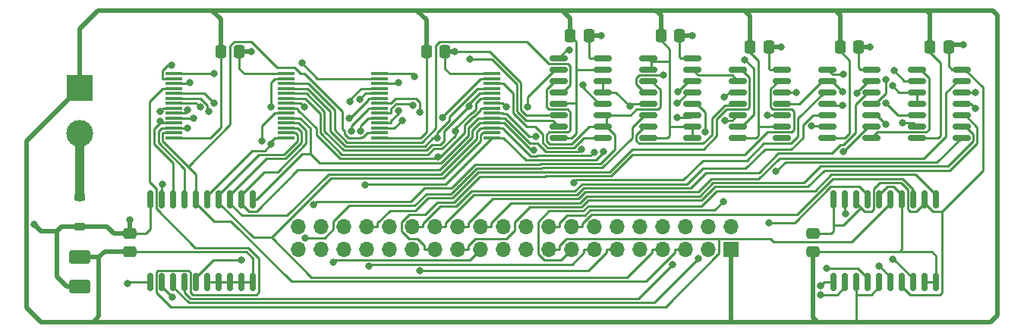
<source format=gbr>
%TF.GenerationSoftware,KiCad,Pcbnew,7.0.10*%
%TF.CreationDate,2024-01-06T13:40:11+01:00*%
%TF.ProjectId,p2000t-ram-expansion-board-smd,70323030-3074-42d7-9261-6d2d65787061,rev?*%
%TF.SameCoordinates,Original*%
%TF.FileFunction,Copper,L1,Top*%
%TF.FilePolarity,Positive*%
%FSLAX46Y46*%
G04 Gerber Fmt 4.6, Leading zero omitted, Abs format (unit mm)*
G04 Created by KiCad (PCBNEW 7.0.10) date 2024-01-06 13:40:11*
%MOMM*%
%LPD*%
G01*
G04 APERTURE LIST*
G04 Aperture macros list*
%AMRoundRect*
0 Rectangle with rounded corners*
0 $1 Rounding radius*
0 $2 $3 $4 $5 $6 $7 $8 $9 X,Y pos of 4 corners*
0 Add a 4 corners polygon primitive as box body*
4,1,4,$2,$3,$4,$5,$6,$7,$8,$9,$2,$3,0*
0 Add four circle primitives for the rounded corners*
1,1,$1+$1,$2,$3*
1,1,$1+$1,$4,$5*
1,1,$1+$1,$6,$7*
1,1,$1+$1,$8,$9*
0 Add four rect primitives between the rounded corners*
20,1,$1+$1,$2,$3,$4,$5,0*
20,1,$1+$1,$4,$5,$6,$7,0*
20,1,$1+$1,$6,$7,$8,$9,0*
20,1,$1+$1,$8,$9,$2,$3,0*%
G04 Aperture macros list end*
%TA.AperFunction,SMDPad,CuDef*%
%ADD10RoundRect,0.250000X0.337500X0.475000X-0.337500X0.475000X-0.337500X-0.475000X0.337500X-0.475000X0*%
%TD*%
%TA.AperFunction,SMDPad,CuDef*%
%ADD11RoundRect,0.150000X0.150000X-0.875000X0.150000X0.875000X-0.150000X0.875000X-0.150000X-0.875000X0*%
%TD*%
%TA.AperFunction,SMDPad,CuDef*%
%ADD12RoundRect,0.225000X0.375000X-0.225000X0.375000X0.225000X-0.375000X0.225000X-0.375000X-0.225000X0*%
%TD*%
%TA.AperFunction,SMDPad,CuDef*%
%ADD13RoundRect,0.250000X-0.475000X0.337500X-0.475000X-0.337500X0.475000X-0.337500X0.475000X0.337500X0*%
%TD*%
%TA.AperFunction,SMDPad,CuDef*%
%ADD14RoundRect,0.150000X-0.825000X-0.150000X0.825000X-0.150000X0.825000X0.150000X-0.825000X0.150000X0*%
%TD*%
%TA.AperFunction,SMDPad,CuDef*%
%ADD15RoundRect,0.250001X0.924999X-0.499999X0.924999X0.499999X-0.924999X0.499999X-0.924999X-0.499999X0*%
%TD*%
%TA.AperFunction,SMDPad,CuDef*%
%ADD16R,1.870000X0.380000*%
%TD*%
%TA.AperFunction,ComponentPad*%
%ADD17R,3.000000X3.000000*%
%TD*%
%TA.AperFunction,ComponentPad*%
%ADD18C,3.000000*%
%TD*%
%TA.AperFunction,ComponentPad*%
%ADD19R,1.700000X1.700000*%
%TD*%
%TA.AperFunction,ComponentPad*%
%ADD20O,1.700000X1.700000*%
%TD*%
%TA.AperFunction,ViaPad*%
%ADD21C,0.800000*%
%TD*%
%TA.AperFunction,Conductor*%
%ADD22C,0.250000*%
%TD*%
%TA.AperFunction,Conductor*%
%ADD23C,0.500000*%
%TD*%
%TA.AperFunction,Conductor*%
%ADD24C,1.000000*%
%TD*%
G04 APERTURE END LIST*
D10*
%TO.P,C1,1*%
%TO.N,+5V*%
X103272500Y-57912000D03*
%TO.P,C1,2*%
%TO.N,GND*%
X101197500Y-57912000D03*
%TD*%
D11*
%TO.P,U5,1,G*%
%TO.N,~{IORQ}*%
X110490000Y-84230000D03*
%TO.P,U5,2,P0*%
%TO.N,A0*%
X111760000Y-84230000D03*
%TO.P,U5,3,R0*%
%TO.N,GND*%
X113030000Y-84230000D03*
%TO.P,U5,4,P1*%
%TO.N,A1*%
X114300000Y-84230000D03*
%TO.P,U5,5,R1*%
%TO.N,GND*%
X115570000Y-84230000D03*
%TO.P,U5,6,P2*%
%TO.N,A2*%
X116840000Y-84230000D03*
%TO.P,U5,7,R2*%
%TO.N,+5V*%
X118110000Y-84230000D03*
%TO.P,U5,8,P3*%
%TO.N,A3*%
X119380000Y-84230000D03*
%TO.P,U5,9,R3*%
%TO.N,GND*%
X120650000Y-84230000D03*
%TO.P,U5,10,GND*%
X121920000Y-84230000D03*
%TO.P,U5,11,P4*%
%TO.N,A4*%
X121920000Y-74930000D03*
%TO.P,U5,12,R4*%
%TO.N,+5V*%
X120650000Y-74930000D03*
%TO.P,U5,13,P5*%
%TO.N,A5*%
X119380000Y-74930000D03*
%TO.P,U5,14,R5*%
%TO.N,GND*%
X118110000Y-74930000D03*
%TO.P,U5,15,P6*%
%TO.N,A6*%
X116840000Y-74930000D03*
%TO.P,U5,16,R6*%
%TO.N,GND*%
X115570000Y-74930000D03*
%TO.P,U5,17,P7*%
%TO.N,A7*%
X114300000Y-74930000D03*
%TO.P,U5,18,R7*%
%TO.N,+5V*%
X113030000Y-74930000D03*
%TO.P,U5,19,P=R*%
%TO.N,~{P=Q}*%
X111760000Y-74930000D03*
%TO.P,U5,20,VCC*%
%TO.N,+5V*%
X110490000Y-74930000D03*
%TD*%
D10*
%TO.P,C9,1*%
%TO.N,+5V*%
X83185000Y-56642000D03*
%TO.P,C9,2*%
%TO.N,GND*%
X81110000Y-56642000D03*
%TD*%
D12*
%TO.P,D1,1,K*%
%TO.N,+5V*%
X26416000Y-77978000D03*
%TO.P,D1,2,A*%
%TO.N,VCC*%
X26416000Y-74678000D03*
%TD*%
D13*
%TO.P,C10,1*%
%TO.N,+5V*%
X108204000Y-78740000D03*
%TO.P,C10,2*%
%TO.N,GND*%
X108204000Y-80815000D03*
%TD*%
D10*
%TO.P,C6,1*%
%TO.N,+5V*%
X67157500Y-58420000D03*
%TO.P,C6,2*%
%TO.N,GND*%
X65082500Y-58420000D03*
%TD*%
D14*
%TO.P,U9,1,S*%
%TO.N,EO*%
X79789800Y-59200000D03*
%TO.P,U9,2,I0a*%
%TO.N,A13*%
X79789800Y-60470000D03*
%TO.P,U9,3,I1a*%
%TO.N,S0*%
X79789800Y-61740000D03*
%TO.P,U9,4,Za*%
%TO.N,A13_1*%
X79789800Y-63010000D03*
%TO.P,U9,5,I0b*%
%TO.N,GND*%
X79789800Y-64280000D03*
%TO.P,U9,6,I1b*%
%TO.N,+5V*%
X79789800Y-65550000D03*
%TO.P,U9,7,Zb*%
%TO.N,A14_1*%
X79789800Y-66820000D03*
%TO.P,U9,8,GND*%
%TO.N,GND*%
X79789800Y-68090000D03*
%TO.P,U9,9,Zc*%
%TO.N,A13_2*%
X84739800Y-68090000D03*
%TO.P,U9,10,I1c*%
%TO.N,S0*%
X84739800Y-66820000D03*
%TO.P,U9,11,I0c*%
X84739800Y-65550000D03*
%TO.P,U9,12,Zd*%
%TO.N,A14_2*%
X84739800Y-64280000D03*
%TO.P,U9,13,I1d*%
%TO.N,S2*%
X84739800Y-63010000D03*
%TO.P,U9,14,I0d*%
X84739800Y-61740000D03*
%TO.P,U9,15,E*%
%TO.N,GND*%
X84739800Y-60470000D03*
%TO.P,U9,16,VCC*%
%TO.N,+5V*%
X84739800Y-59200000D03*
%TD*%
%TO.P,U1,1*%
%TO.N,~{RES}*%
X99799500Y-60455000D03*
%TO.P,U1,2*%
%TO.N,RES*%
X99799500Y-61725000D03*
%TO.P,U1,3*%
%TO.N,Net-(U1-Pad3)*%
X99799500Y-62995000D03*
%TO.P,U1,4*%
%TO.N,Net-(U7-Cp)*%
X99799500Y-64265000D03*
%TO.P,U1,5*%
%TO.N,Net-(U1-Pad5)*%
X99799500Y-65535000D03*
%TO.P,U1,6*%
%TO.N,EO*%
X99799500Y-66805000D03*
%TO.P,U1,7,GND*%
%TO.N,GND*%
X99799500Y-68075000D03*
%TO.P,U1,8*%
%TO.N,unconnected-(U1-Pad8)*%
X104749500Y-68075000D03*
%TO.P,U1,9*%
%TO.N,GND*%
X104749500Y-66805000D03*
%TO.P,U1,10*%
%TO.N,Net-(U1-Pad10)*%
X104749500Y-65535000D03*
%TO.P,U1,11*%
%TO.N,~{REN}*%
X104749500Y-64265000D03*
%TO.P,U1,12*%
%TO.N,Net-(U1-Pad12)*%
X104749500Y-62995000D03*
%TO.P,U1,13*%
%TO.N,~{MRQ}*%
X104749500Y-61725000D03*
%TO.P,U1,14,VCC*%
%TO.N,+5V*%
X104749500Y-60455000D03*
%TD*%
D10*
%TO.P,C7,1*%
%TO.N,+5V*%
X44217500Y-58420000D03*
%TO.P,C7,2*%
%TO.N,GND*%
X42142500Y-58420000D03*
%TD*%
%TO.P,C5,1*%
%TO.N,+5V*%
X93307200Y-56642000D03*
%TO.P,C5,2*%
%TO.N,GND*%
X91232200Y-56642000D03*
%TD*%
D11*
%TO.P,U8,1,A->B*%
%TO.N,+5V*%
X34290000Y-84230000D03*
%TO.P,U8,2,A0*%
%TO.N,S0*%
X35560000Y-84230000D03*
%TO.P,U8,3,A1*%
%TO.N,S1*%
X36830000Y-84230000D03*
%TO.P,U8,4,A2*%
%TO.N,S2*%
X38100000Y-84230000D03*
%TO.P,U8,5,A3*%
%TO.N,S3*%
X39370000Y-84230000D03*
%TO.P,U8,6,A4*%
%TO.N,GND*%
X40640000Y-84230000D03*
%TO.P,U8,7,A5*%
X41910000Y-84230000D03*
%TO.P,U8,8,A6*%
X43180000Y-84230000D03*
%TO.P,U8,9,A7*%
X44450000Y-84230000D03*
%TO.P,U8,10,GND*%
X45720000Y-84230000D03*
%TO.P,U8,11,B7*%
%TO.N,D7*%
X45720000Y-74930000D03*
%TO.P,U8,12,B6*%
%TO.N,D6*%
X44450000Y-74930000D03*
%TO.P,U8,13,B5*%
%TO.N,D5*%
X43180000Y-74930000D03*
%TO.P,U8,14,B4*%
%TO.N,D4*%
X41910000Y-74930000D03*
%TO.P,U8,15,B3*%
%TO.N,D3*%
X40640000Y-74930000D03*
%TO.P,U8,16,B2*%
%TO.N,D2*%
X39370000Y-74930000D03*
%TO.P,U8,17,B1*%
%TO.N,D1*%
X38100000Y-74930000D03*
%TO.P,U8,18,B0*%
%TO.N,D0*%
X36830000Y-74930000D03*
%TO.P,U8,19,CE*%
%TO.N,Net-(U8-CE)*%
X35560000Y-74930000D03*
%TO.P,U8,20,VCC*%
%TO.N,+5V*%
X34290000Y-74930000D03*
%TD*%
D15*
%TO.P,C3,1*%
%TO.N,+5V*%
X26416000Y-84683000D03*
%TO.P,C3,2*%
%TO.N,GND*%
X26416000Y-81433000D03*
%TD*%
D10*
%TO.P,C4,1*%
%TO.N,+5V*%
X113305500Y-57912000D03*
%TO.P,C4,2*%
%TO.N,GND*%
X111230500Y-57912000D03*
%TD*%
D13*
%TO.P,C2,1*%
%TO.N,+5V*%
X32004000Y-78740000D03*
%TO.P,C2,2*%
%TO.N,GND*%
X32004000Y-80815000D03*
%TD*%
D16*
%TO.P,U4,1,A14*%
%TO.N,A14_2*%
X59850000Y-60920000D03*
%TO.P,U4,2,A12*%
%TO.N,A12*%
X59850000Y-61470000D03*
%TO.P,U4,3,A7*%
%TO.N,A7*%
X59850000Y-62020000D03*
%TO.P,U4,4,A6*%
%TO.N,A6*%
X59850000Y-62570000D03*
%TO.P,U4,5,A5*%
%TO.N,A5*%
X59850000Y-63120000D03*
%TO.P,U4,6,A4*%
%TO.N,A4*%
X59850000Y-63670000D03*
%TO.P,U4,7,A3*%
%TO.N,A3*%
X59850000Y-64220000D03*
%TO.P,U4,8,A2*%
%TO.N,A2*%
X59850000Y-64770000D03*
%TO.P,U4,9,A1*%
%TO.N,A1*%
X59850000Y-65320000D03*
%TO.P,U4,10,A0*%
%TO.N,A0*%
X59850000Y-65870000D03*
%TO.P,U4,11,Q0*%
%TO.N,D0*%
X59850000Y-66420000D03*
%TO.P,U4,12,Q1*%
%TO.N,D1*%
X59850000Y-66970000D03*
%TO.P,U4,13,Q2*%
%TO.N,D2*%
X59850000Y-67520000D03*
%TO.P,U4,14,GND*%
%TO.N,GND*%
X59850000Y-68070000D03*
%TO.P,U4,15,Q3*%
%TO.N,D3*%
X72390000Y-68070000D03*
%TO.P,U4,16,Q4*%
%TO.N,D4*%
X72390000Y-67520000D03*
%TO.P,U4,17,Q5*%
%TO.N,D5*%
X72390000Y-66970000D03*
%TO.P,U4,18,Q6*%
%TO.N,D6*%
X72390000Y-66420000D03*
%TO.P,U4,19,Q7*%
%TO.N,D7*%
X72390000Y-65870000D03*
%TO.P,U4,20,~{CS}*%
%TO.N,~{CS2}*%
X72390000Y-65320000D03*
%TO.P,U4,21,A10*%
%TO.N,A10*%
X72390000Y-64770000D03*
%TO.P,U4,22,~{OE}*%
%TO.N,~{RD}*%
X72390000Y-64220000D03*
%TO.P,U4,23,A11*%
%TO.N,A11*%
X72390000Y-63670000D03*
%TO.P,U4,24,A9*%
%TO.N,A9*%
X72390000Y-63120000D03*
%TO.P,U4,25,A8*%
%TO.N,A8*%
X72390000Y-62570000D03*
%TO.P,U4,26,A13*%
%TO.N,A13_2*%
X72390000Y-62020000D03*
%TO.P,U4,27,~{WE}*%
%TO.N,~{WR}*%
X72390000Y-61470000D03*
%TO.P,U4,28,VCC*%
%TO.N,+5V*%
X72390000Y-60920000D03*
%TD*%
D14*
%TO.P,U6,1*%
%TO.N,Net-(U3-Pad3)*%
X109804300Y-60455000D03*
%TO.P,U6,2*%
%TO.N,~{REN}*%
X109804300Y-61725000D03*
%TO.P,U6,3*%
%TO.N,~{CS2}*%
X109804300Y-62995000D03*
%TO.P,U6,4*%
%TO.N,~{P=Q}*%
X109804300Y-64265000D03*
%TO.P,U6,5*%
%TO.N,~{WR}*%
X109804300Y-65535000D03*
%TO.P,U6,6*%
%TO.N,Net-(U1-Pad3)*%
X109804300Y-66805000D03*
%TO.P,U6,7,GND*%
%TO.N,GND*%
X109804300Y-68075000D03*
%TO.P,U6,8*%
%TO.N,Net-(U3-Pad1)*%
X114754300Y-68075000D03*
%TO.P,U6,9*%
%TO.N,S1*%
X114754300Y-66805000D03*
%TO.P,U6,10*%
%TO.N,S2*%
X114754300Y-65535000D03*
%TO.P,U6,11*%
%TO.N,Net-(U8-CE)*%
X114754300Y-64265000D03*
%TO.P,U6,12*%
%TO.N,~{RD}*%
X114754300Y-62995000D03*
%TO.P,U6,13*%
%TO.N,~{P=Q}*%
X114754300Y-61725000D03*
%TO.P,U6,14,VCC*%
%TO.N,+5V*%
X114754300Y-60455000D03*
%TD*%
%TO.P,U7,1,Oe1*%
%TO.N,GND*%
X89794700Y-59200000D03*
%TO.P,U7,2,Oe2*%
X89794700Y-60470000D03*
%TO.P,U7,3,Q0*%
%TO.N,S0*%
X89794700Y-61740000D03*
%TO.P,U7,4,Q1*%
%TO.N,S1*%
X89794700Y-63010000D03*
%TO.P,U7,5,Q2*%
%TO.N,S2*%
X89794700Y-64280000D03*
%TO.P,U7,6,Q3*%
%TO.N,S3*%
X89794700Y-65550000D03*
%TO.P,U7,7,Cp*%
%TO.N,Net-(U7-Cp)*%
X89794700Y-66820000D03*
%TO.P,U7,8,GND*%
%TO.N,GND*%
X89794700Y-68090000D03*
%TO.P,U7,9,E1*%
X94744700Y-68090000D03*
%TO.P,U7,10,E2*%
X94744700Y-66820000D03*
%TO.P,U7,11,D3*%
%TO.N,D3*%
X94744700Y-65550000D03*
%TO.P,U7,12,D2*%
%TO.N,D2*%
X94744700Y-64280000D03*
%TO.P,U7,13,D1*%
%TO.N,D1*%
X94744700Y-63010000D03*
%TO.P,U7,14,D0*%
%TO.N,D0*%
X94744700Y-61740000D03*
%TO.P,U7,15,Mr*%
%TO.N,RES*%
X94744700Y-60470000D03*
%TO.P,U7,16,VCC*%
%TO.N,+5V*%
X94744700Y-59200000D03*
%TD*%
D10*
%TO.P,C8,1*%
%TO.N,+5V*%
X123321700Y-57912000D03*
%TO.P,C8,2*%
%TO.N,GND*%
X121246700Y-57912000D03*
%TD*%
D16*
%TO.P,U2,1,A14*%
%TO.N,A14_1*%
X36910000Y-60920000D03*
%TO.P,U2,2,A12*%
%TO.N,A12*%
X36910000Y-61470000D03*
%TO.P,U2,3,A7*%
%TO.N,A7*%
X36910000Y-62020000D03*
%TO.P,U2,4,A6*%
%TO.N,A6*%
X36910000Y-62570000D03*
%TO.P,U2,5,A5*%
%TO.N,A5*%
X36910000Y-63120000D03*
%TO.P,U2,6,A4*%
%TO.N,A4*%
X36910000Y-63670000D03*
%TO.P,U2,7,A3*%
%TO.N,A3*%
X36910000Y-64220000D03*
%TO.P,U2,8,A2*%
%TO.N,A2*%
X36910000Y-64770000D03*
%TO.P,U2,9,A1*%
%TO.N,A1*%
X36910000Y-65320000D03*
%TO.P,U2,10,A0*%
%TO.N,A0*%
X36910000Y-65870000D03*
%TO.P,U2,11,Q0*%
%TO.N,D0*%
X36910000Y-66420000D03*
%TO.P,U2,12,Q1*%
%TO.N,D1*%
X36910000Y-66970000D03*
%TO.P,U2,13,Q2*%
%TO.N,D2*%
X36910000Y-67520000D03*
%TO.P,U2,14,GND*%
%TO.N,GND*%
X36910000Y-68070000D03*
%TO.P,U2,15,Q3*%
%TO.N,D3*%
X49450000Y-68070000D03*
%TO.P,U2,16,Q4*%
%TO.N,D4*%
X49450000Y-67520000D03*
%TO.P,U2,17,Q5*%
%TO.N,D5*%
X49450000Y-66970000D03*
%TO.P,U2,18,Q6*%
%TO.N,D6*%
X49450000Y-66420000D03*
%TO.P,U2,19,Q7*%
%TO.N,D7*%
X49450000Y-65870000D03*
%TO.P,U2,20,~{CS}*%
%TO.N,~{CS1}*%
X49450000Y-65320000D03*
%TO.P,U2,21,A10*%
%TO.N,A10*%
X49450000Y-64770000D03*
%TO.P,U2,22,~{OE}*%
%TO.N,~{RD}*%
X49450000Y-64220000D03*
%TO.P,U2,23,A11*%
%TO.N,A11*%
X49450000Y-63670000D03*
%TO.P,U2,24,A9*%
%TO.N,A9*%
X49450000Y-63120000D03*
%TO.P,U2,25,A8*%
%TO.N,A8*%
X49450000Y-62570000D03*
%TO.P,U2,26,A13*%
%TO.N,A13_1*%
X49450000Y-62020000D03*
%TO.P,U2,27,~{WE}*%
%TO.N,~{WR}*%
X49450000Y-61470000D03*
%TO.P,U2,28,VCC*%
%TO.N,+5V*%
X49450000Y-60920000D03*
%TD*%
D17*
%TO.P,J3,1,Pin_1*%
%TO.N,GND*%
X26416000Y-62484000D03*
D18*
%TO.P,J3,2,Pin_2*%
%TO.N,VCC*%
X26416000Y-67564000D03*
%TD*%
D14*
%TO.P,U3,1*%
%TO.N,Net-(U3-Pad1)*%
X119809200Y-60455000D03*
%TO.P,U3,2*%
%TO.N,EO*%
X119809200Y-61725000D03*
%TO.P,U3,3*%
%TO.N,Net-(U3-Pad3)*%
X119809200Y-62995000D03*
%TO.P,U3,4*%
X119809200Y-64265000D03*
%TO.P,U3,5*%
%TO.N,Net-(U1-Pad10)*%
X119809200Y-65535000D03*
%TO.P,U3,6*%
%TO.N,~{CS1}*%
X119809200Y-66805000D03*
%TO.P,U3,7,GND*%
%TO.N,GND*%
X119809200Y-68075000D03*
%TO.P,U3,8*%
%TO.N,Net-(U1-Pad5)*%
X124759200Y-68075000D03*
%TO.P,U3,9*%
%TO.N,A13*%
X124759200Y-66805000D03*
%TO.P,U3,10*%
%TO.N,A14*%
X124759200Y-65535000D03*
%TO.P,U3,11*%
%TO.N,~{REN}*%
X124759200Y-64265000D03*
%TO.P,U3,12*%
%TO.N,Net-(U1-Pad12)*%
X124759200Y-62995000D03*
%TO.P,U3,13*%
%TO.N,RAMS2*%
X124759200Y-61725000D03*
%TO.P,U3,14,VCC*%
%TO.N,+5V*%
X124759200Y-60455000D03*
%TD*%
D19*
%TO.P,J1,1,Pin_1*%
%TO.N,GND*%
X99055000Y-80518000D03*
D20*
%TO.P,J1,2,Pin_2*%
%TO.N,unconnected-(J1-Pin_2-Pad2)*%
X99055000Y-77978000D03*
%TO.P,J1,3,Pin_3*%
%TO.N,D0*%
X96515000Y-80518000D03*
%TO.P,J1,4,Pin_4*%
%TO.N,D1*%
X96515000Y-77978000D03*
%TO.P,J1,5,Pin_5*%
%TO.N,D2*%
X93975000Y-80518000D03*
%TO.P,J1,6,Pin_6*%
%TO.N,D3*%
X93975000Y-77978000D03*
%TO.P,J1,7,Pin_7*%
%TO.N,D4*%
X91435000Y-80518000D03*
%TO.P,J1,8,Pin_8*%
%TO.N,D5*%
X91435000Y-77978000D03*
%TO.P,J1,9,Pin_9*%
%TO.N,D6*%
X88895000Y-80518000D03*
%TO.P,J1,10,Pin_10*%
%TO.N,D7*%
X88895000Y-77978000D03*
%TO.P,J1,11,Pin_11*%
%TO.N,A0*%
X86355000Y-80518000D03*
%TO.P,J1,12,Pin_12*%
%TO.N,A1*%
X86355000Y-77978000D03*
%TO.P,J1,13,Pin_13*%
%TO.N,A2*%
X83815000Y-80518000D03*
%TO.P,J1,14,Pin_14*%
%TO.N,A3*%
X83815000Y-77978000D03*
%TO.P,J1,15,Pin_15*%
%TO.N,A4*%
X81275000Y-80518000D03*
%TO.P,J1,16,Pin_16*%
%TO.N,A5*%
X81275000Y-77978000D03*
%TO.P,J1,17,Pin_17*%
%TO.N,A6*%
X78735000Y-80518000D03*
%TO.P,J1,18,Pin_18*%
%TO.N,A7*%
X78735000Y-77978000D03*
%TO.P,J1,19,Pin_19*%
%TO.N,A8*%
X76195000Y-80518000D03*
%TO.P,J1,20,Pin_20*%
%TO.N,A9*%
X76195000Y-77978000D03*
%TO.P,J1,21,Pin_21*%
%TO.N,A10*%
X73655000Y-80518000D03*
%TO.P,J1,22,Pin_22*%
%TO.N,A11*%
X73655000Y-77978000D03*
%TO.P,J1,23,Pin_23*%
%TO.N,A12*%
X71115000Y-80518000D03*
%TO.P,J1,24,Pin_24*%
%TO.N,A13*%
X71115000Y-77978000D03*
%TO.P,J1,25,Pin_25*%
%TO.N,A14*%
X68575000Y-80518000D03*
%TO.P,J1,26,Pin_26*%
%TO.N,RAMS2*%
X68575000Y-77978000D03*
%TO.P,J1,27,Pin_27*%
%TO.N,~{MRQ}*%
X66035000Y-80518000D03*
%TO.P,J1,28,Pin_28*%
%TO.N,~{RD}*%
X66035000Y-77978000D03*
%TO.P,J1,29,Pin_29*%
%TO.N,unconnected-(J1-Pin_29-Pad29)*%
X63495000Y-80518000D03*
%TO.P,J1,30,Pin_30*%
%TO.N,~{WR}*%
X63495000Y-77978000D03*
%TO.P,J1,31,Pin_31*%
%TO.N,~{IORQ}*%
X60955000Y-80518000D03*
%TO.P,J1,32,Pin_32*%
%TO.N,unconnected-(J1-Pin_32-Pad32)*%
X60955000Y-77978000D03*
%TO.P,J1,33,Pin_33*%
%TO.N,unconnected-(J1-Pin_33-Pad33)*%
X58415000Y-80518000D03*
%TO.P,J1,34,Pin_34*%
%TO.N,~{RES}*%
X58415000Y-77978000D03*
%TO.P,J1,35,Pin_35*%
%TO.N,unconnected-(J1-Pin_35-Pad35)*%
X55875000Y-80518000D03*
%TO.P,J1,36,Pin_36*%
%TO.N,unconnected-(J1-Pin_36-Pad36)*%
X55875000Y-77978000D03*
%TO.P,J1,37,Pin_37*%
%TO.N,unconnected-(J1-Pin_37-Pad37)*%
X53335000Y-80518000D03*
%TO.P,J1,38,Pin_38*%
%TO.N,unconnected-(J1-Pin_38-Pad38)*%
X53335000Y-77978000D03*
%TO.P,J1,39,Pin_39*%
%TO.N,unconnected-(J1-Pin_39-Pad39)*%
X50795000Y-80518000D03*
%TO.P,J1,40,Pin_40*%
%TO.N,unconnected-(J1-Pin_40-Pad40)*%
X50795000Y-77978000D03*
%TD*%
D21*
%TO.N,A14_1*%
X41401500Y-60877300D03*
X69963900Y-59332100D03*
%TO.N,D0*%
X61945400Y-65051300D03*
X93133600Y-62951900D03*
X35374700Y-66206400D03*
%TO.N,D1*%
X93077200Y-64245200D03*
X62347700Y-66120200D03*
X38461200Y-66970000D03*
%TO.N,D2*%
X96168400Y-67459100D03*
%TO.N,D3*%
X84793700Y-69624200D03*
X58210900Y-73324700D03*
X93048100Y-65798900D03*
X47766000Y-68801200D03*
%TO.N,D5*%
X83793300Y-69683600D03*
%TO.N,D6*%
X77067400Y-69424100D03*
%TO.N,D7*%
X82342600Y-69366500D03*
%TO.N,A0*%
X64345600Y-82947300D03*
X109081900Y-85629400D03*
X57694600Y-67335100D03*
X39098700Y-65870000D03*
%TO.N,A1*%
X38455700Y-65005000D03*
X63614400Y-64468200D03*
X109709900Y-82655300D03*
%TO.N,A2*%
X58658200Y-82440200D03*
X56694200Y-67360500D03*
X115590700Y-82379700D03*
X35359700Y-65137600D03*
%TO.N,A3*%
X117094100Y-81617300D03*
X39827700Y-64659100D03*
X64354900Y-65222200D03*
%TO.N,A4*%
X56438700Y-65909800D03*
X40787200Y-65138800D03*
%TO.N,A5*%
X57626800Y-63772400D03*
X41378100Y-64174600D03*
%TO.N,A6*%
X56552800Y-64008800D03*
%TO.N,A7*%
X98193200Y-75176900D03*
X38696300Y-61955500D03*
X103259100Y-77557500D03*
X61967800Y-61958900D03*
%TO.N,A8*%
X66290100Y-68137100D03*
%TO.N,A9*%
X69877100Y-64549000D03*
%TO.N,A10*%
X66366300Y-70180600D03*
%TO.N,A11*%
X68324200Y-67359700D03*
%TO.N,A12*%
X36683600Y-59991500D03*
X54679900Y-82025700D03*
X51174000Y-59746000D03*
%TO.N,A13*%
X76341100Y-64609800D03*
%TO.N,~{RD}*%
X73948600Y-64635800D03*
X51441300Y-64646300D03*
%TO.N,~{WR}*%
X47703300Y-64591700D03*
X66884000Y-65839900D03*
%TO.N,~{IORQ}*%
X109071400Y-84588600D03*
%TO.N,A14_2*%
X82516900Y-62195700D03*
X63779300Y-61223100D03*
%TO.N,~{CS2}*%
X81485900Y-73091400D03*
X77301300Y-67973400D03*
%TO.N,S1*%
X95431700Y-81605500D03*
X91475600Y-61114100D03*
X111551500Y-69627500D03*
%TO.N,S2*%
X116357000Y-66569000D03*
X87790100Y-64580100D03*
X92566800Y-82225000D03*
%TO.N,Net-(U3-Pad3)*%
X117091400Y-62298000D03*
X111540100Y-61018600D03*
%TO.N,+5V*%
X68232000Y-58420000D03*
X31750000Y-84336900D03*
X94742000Y-56642000D03*
X21336000Y-77724000D03*
X124968000Y-57658000D03*
X84582000Y-56642000D03*
X32004000Y-77216000D03*
X114554000Y-57912000D03*
X45544800Y-58420000D03*
X104648000Y-57912000D03*
%TO.N,~{P=Q}*%
X113103000Y-63144800D03*
X111798700Y-76558300D03*
X111536100Y-64427200D03*
%TO.N,~{CS1}*%
X118223200Y-66370800D03*
X46757700Y-68444600D03*
%TO.N,~{REN}*%
X111531400Y-62919600D03*
X126322000Y-64781700D03*
%TO.N,Net-(U1-Pad5)*%
X98387800Y-66168300D03*
X104055900Y-71859100D03*
%TO.N,S3*%
X44454300Y-81764200D03*
X51593000Y-79248000D03*
%TO.N,S0*%
X36765900Y-85884100D03*
X52467300Y-75588900D03*
%TO.N,Net-(U1-Pad10)*%
X103147600Y-65535000D03*
X116341900Y-64170700D03*
%TO.N,Net-(U1-Pad12)*%
X106332800Y-62995000D03*
X126342000Y-62995000D03*
%TO.N,Net-(U1-Pad3)*%
X98306900Y-63567100D03*
X108063600Y-66723100D03*
%TO.N,EO*%
X117248600Y-60598800D03*
X100609300Y-59392500D03*
X81013800Y-58310200D03*
%TO.N,Net-(U8-CE)*%
X116355200Y-61582600D03*
X35661000Y-73263700D03*
%TD*%
D22*
%TO.N,A14_1*%
X36910000Y-60920000D02*
X38170300Y-60920000D01*
X72419800Y-59332100D02*
X75165500Y-62077800D01*
X38170300Y-60920000D02*
X41358800Y-60920000D01*
X75165500Y-62077800D02*
X75165500Y-65125000D01*
X79145800Y-66176000D02*
X79789800Y-66820000D01*
X41358800Y-60920000D02*
X41401500Y-60877300D01*
X75165500Y-65125000D02*
X76216500Y-66176000D01*
X76216500Y-66176000D02*
X79145800Y-66176000D01*
X69963900Y-59332100D02*
X72419800Y-59332100D01*
%TO.N,D0*%
X34704300Y-67090400D02*
X35374700Y-66420000D01*
X35374700Y-66206400D02*
X35374700Y-66420000D01*
X36830000Y-70932400D02*
X34704300Y-68806700D01*
X34704300Y-68806700D02*
X34704300Y-67090400D01*
X94345500Y-61740000D02*
X93133600Y-62951900D01*
X94744700Y-61740000D02*
X94345500Y-61740000D01*
X59850000Y-66420000D02*
X61110300Y-66420000D01*
X61110300Y-66199300D02*
X61110300Y-66420000D01*
X36910000Y-66420000D02*
X35374700Y-66420000D01*
X36830000Y-74930000D02*
X36830000Y-70932400D01*
X61945400Y-65051300D02*
X61945400Y-65364200D01*
X61945400Y-65364200D02*
X61110300Y-66199300D01*
%TO.N,D1*%
X36910000Y-66970000D02*
X35649700Y-66970000D01*
X94312400Y-63010000D02*
X94744700Y-63010000D01*
X61497900Y-66970000D02*
X62347700Y-66120200D01*
X59850000Y-66970000D02*
X61110300Y-66970000D01*
X38100000Y-71544700D02*
X38100000Y-74930000D01*
X61110300Y-66970000D02*
X61497900Y-66970000D01*
X35649700Y-66970000D02*
X35549200Y-66970000D01*
X35175900Y-67343300D02*
X35175900Y-68620600D01*
X35549200Y-66970000D02*
X35175900Y-67343300D01*
X35175900Y-68620600D02*
X38100000Y-71544700D01*
X93077200Y-64245200D02*
X94312400Y-63010000D01*
X38461200Y-66970000D02*
X36910000Y-66970000D01*
%TO.N,D2*%
X55713300Y-65173600D02*
X51438500Y-60898800D01*
X55968800Y-67670400D02*
X55968800Y-67352000D01*
X39370000Y-72177800D02*
X38476700Y-71284400D01*
X51438500Y-60898800D02*
X51030700Y-60898800D01*
X43294600Y-77380200D02*
X41360700Y-77380200D01*
X96168400Y-65226900D02*
X96168400Y-67459100D01*
X43180000Y-57815300D02*
X43180000Y-66581100D01*
X57995100Y-68060400D02*
X57822100Y-68060400D01*
X48440400Y-60201400D02*
X45582100Y-57343100D01*
X38476700Y-71284400D02*
X35649700Y-68457500D01*
X39370000Y-74930000D02*
X39370000Y-72177800D01*
X43652200Y-57343100D02*
X43180000Y-57815300D01*
X57770200Y-68112300D02*
X56410700Y-68112300D01*
X39370000Y-75389500D02*
X39370000Y-74930000D01*
X59850000Y-67520000D02*
X58535500Y-67520000D01*
X50333300Y-60201400D02*
X48440400Y-60201400D01*
X55968800Y-67352000D02*
X55713300Y-67096500D01*
X92799700Y-80518000D02*
X92799700Y-80891000D01*
X45582100Y-57343100D02*
X43652200Y-57343100D01*
X58535500Y-67520000D02*
X57995100Y-68060400D01*
X93975000Y-80518000D02*
X92799700Y-80518000D01*
X43180000Y-66581100D02*
X38476700Y-71284400D01*
X55713300Y-67096500D02*
X55713300Y-65173600D01*
X41360700Y-77380200D02*
X39370000Y-75389500D01*
X56410700Y-68112300D02*
X55968800Y-67670400D01*
X92799700Y-80891000D02*
X89565600Y-84125100D01*
X35649700Y-68457500D02*
X35649700Y-67520000D01*
X50039500Y-84125100D02*
X43294600Y-77380200D01*
X57822100Y-68060400D02*
X57770200Y-68112300D01*
X36910000Y-67520000D02*
X35649700Y-67520000D01*
X51030700Y-60898800D02*
X50333300Y-60201400D01*
X95221500Y-64280000D02*
X96168400Y-65226900D01*
X89565600Y-84125100D02*
X50039500Y-84125100D01*
X94744700Y-64280000D02*
X95221500Y-64280000D01*
%TO.N,D3*%
X45614300Y-69526500D02*
X47040700Y-69526500D01*
X58210900Y-73324700D02*
X58308500Y-73227100D01*
X47040700Y-69526500D02*
X47766000Y-68801200D01*
X58308500Y-73227100D02*
X67232900Y-73227100D01*
X93048100Y-65798900D02*
X94495800Y-65798900D01*
X77554500Y-70599700D02*
X77612000Y-70542200D01*
X84002100Y-70542200D02*
X84793700Y-69750600D01*
X47766000Y-68801200D02*
X47766000Y-68493700D01*
X73650300Y-68070000D02*
X76180000Y-70599700D01*
X67232900Y-73227100D02*
X72390000Y-68070000D01*
X40640000Y-74930000D02*
X40640000Y-74500800D01*
X40640000Y-74500800D02*
X45614300Y-69526500D01*
X49450000Y-68070000D02*
X48189700Y-68070000D01*
X72390000Y-68070000D02*
X73650300Y-68070000D01*
X76180000Y-70599700D02*
X77554500Y-70599700D01*
X47766000Y-68493700D02*
X48189700Y-68070000D01*
X84793700Y-69750600D02*
X84793700Y-69624200D01*
X94495800Y-65798900D02*
X94744700Y-65550000D01*
X77612000Y-70542200D02*
X84002100Y-70542200D01*
%TO.N,D4*%
X71129700Y-67745200D02*
X71354900Y-67520000D01*
X50710300Y-67745200D02*
X50485100Y-67520000D01*
X49148300Y-69976800D02*
X50710300Y-68414800D01*
X45769900Y-79218100D02*
X47800500Y-79218100D01*
X41910000Y-74930000D02*
X41910000Y-74426300D01*
X50710300Y-68414800D02*
X50710300Y-67745200D01*
X52257100Y-83674700D02*
X47800500Y-79218100D01*
X46359500Y-69976800D02*
X49148300Y-69976800D01*
X71354900Y-67520000D02*
X72390000Y-67520000D01*
X41910000Y-74930000D02*
X41910000Y-75358200D01*
X47800500Y-79218100D02*
X54429700Y-72588900D01*
X91435000Y-80518000D02*
X90259700Y-80518000D01*
X50485100Y-67520000D02*
X49450000Y-67520000D01*
X71129700Y-68406800D02*
X71129700Y-67745200D01*
X54429700Y-72588900D02*
X66947600Y-72588900D01*
X66947600Y-72588900D02*
X71129700Y-68406800D01*
X41910000Y-75358200D02*
X45769900Y-79218100D01*
X90259700Y-80885300D02*
X87470300Y-83674700D01*
X87470300Y-83674700D02*
X52257100Y-83674700D01*
X90259700Y-80518000D02*
X90259700Y-80885300D01*
X41910000Y-74426300D02*
X46359500Y-69976800D01*
%TO.N,D5*%
X47219300Y-70427100D02*
X49334900Y-70427100D01*
X49450000Y-66970000D02*
X50710300Y-66970000D01*
X66736700Y-72138600D02*
X54151000Y-72138600D01*
X54151000Y-72138600D02*
X49518000Y-76771600D01*
X73650300Y-66970000D02*
X73650300Y-67088300D01*
X76711400Y-70149400D02*
X77367900Y-70149400D01*
X77367900Y-70149400D02*
X77425400Y-70091900D01*
X70679400Y-68195900D02*
X66736700Y-72138600D01*
X77425400Y-70091900D02*
X83385000Y-70091900D01*
X72390000Y-66970000D02*
X73650300Y-66970000D01*
X73650300Y-67088300D02*
X76711400Y-70149400D01*
X72390000Y-66970000D02*
X71129700Y-66970000D01*
X51160600Y-67420300D02*
X50710300Y-66970000D01*
X43180000Y-74930000D02*
X43180000Y-74466400D01*
X51160600Y-68601400D02*
X51160600Y-67420300D01*
X49518000Y-76771600D02*
X44515500Y-76771600D01*
X49334900Y-70427100D02*
X51160600Y-68601400D01*
X71129700Y-66970000D02*
X70679400Y-67420300D01*
X43180000Y-75436100D02*
X43180000Y-74930000D01*
X70679400Y-67420300D02*
X70679400Y-68195900D01*
X43180000Y-74466400D02*
X47219300Y-70427100D01*
X44515500Y-76771600D02*
X43180000Y-75436100D01*
X83385000Y-70091900D02*
X83793300Y-69683600D01*
%TO.N,D6*%
X44450000Y-75436500D02*
X44450000Y-74930000D01*
X48477100Y-71921800D02*
X51659800Y-68739100D01*
X70190600Y-68047000D02*
X66549300Y-71688300D01*
X44450000Y-74930000D02*
X44450000Y-74436200D01*
X46120800Y-76294500D02*
X45308000Y-76294500D01*
X71036100Y-66420000D02*
X70190600Y-67265500D01*
X70190600Y-67265500D02*
X70190600Y-68047000D01*
X71129700Y-66420000D02*
X71036100Y-66420000D01*
X66549300Y-71688300D02*
X50727000Y-71688300D01*
X45308000Y-76294500D02*
X44450000Y-75436500D01*
X50727000Y-71688300D02*
X46120800Y-76294500D01*
X73738200Y-66420000D02*
X76742300Y-69424100D01*
X46964400Y-71921800D02*
X48477100Y-71921800D01*
X72390000Y-66420000D02*
X71129700Y-66420000D01*
X44450000Y-74436200D02*
X46964400Y-71921800D01*
X72390000Y-66420000D02*
X73738200Y-66420000D01*
X51659800Y-67249100D02*
X50830700Y-66420000D01*
X51659800Y-68739100D02*
X51659800Y-67249100D01*
X76742300Y-69424100D02*
X77067400Y-69424100D01*
X50830700Y-66420000D02*
X49450000Y-66420000D01*
%TO.N,D7*%
X66683100Y-70905900D02*
X69740300Y-67848700D01*
X69740300Y-67848700D02*
X69740300Y-66985300D01*
X45720000Y-74930000D02*
X46105800Y-74930000D01*
X50710300Y-65870000D02*
X50949100Y-65870000D01*
X69740400Y-66985300D02*
X70855700Y-65870000D01*
X72390000Y-65870000D02*
X71129700Y-65870000D01*
X73825100Y-65870000D02*
X76653800Y-68698700D01*
X82067600Y-69641500D02*
X82342600Y-69366500D01*
X70855700Y-65870000D02*
X71129700Y-65870000D01*
X72390000Y-65870000D02*
X73650300Y-65870000D01*
X69740300Y-66985300D02*
X69740400Y-66985300D01*
X51192900Y-69842900D02*
X52110200Y-69842900D01*
X52110200Y-69842900D02*
X53173200Y-70905900D01*
X78368100Y-69641500D02*
X82067600Y-69641500D01*
X53173200Y-70905900D02*
X66683100Y-70905900D01*
X52110200Y-67031100D02*
X52110200Y-69842900D01*
X73650300Y-65870000D02*
X73825100Y-65870000D01*
X76653800Y-68698700D02*
X77425300Y-68698700D01*
X77425300Y-68698700D02*
X78368100Y-69641500D01*
X46105800Y-74930000D02*
X51192900Y-69842900D01*
X50949100Y-65870000D02*
X52110200Y-67031100D01*
X49450000Y-65870000D02*
X50710300Y-65870000D01*
%TO.N,A0*%
X59850000Y-65870000D02*
X58589700Y-65870000D01*
X110869300Y-85629400D02*
X109081900Y-85629400D01*
X86355000Y-80518000D02*
X85179700Y-80518000D01*
X85179700Y-80518000D02*
X85179700Y-80885300D01*
X57694600Y-67335100D02*
X57694600Y-66765100D01*
X57694600Y-66765100D02*
X58589700Y-65870000D01*
X83117700Y-82947300D02*
X64345600Y-82947300D01*
X85179700Y-80885300D02*
X83117700Y-82947300D01*
X36910000Y-65870000D02*
X39098700Y-65870000D01*
X111760000Y-84230000D02*
X111760000Y-84738700D01*
X111760000Y-84738700D02*
X110869300Y-85629400D01*
%TO.N,A1*%
X109709900Y-82655300D02*
X113157600Y-82655300D01*
X63614400Y-64468200D02*
X63462700Y-64316500D01*
X59850000Y-65320000D02*
X61110300Y-65320000D01*
X63462700Y-64316500D02*
X61654500Y-64316500D01*
X36910000Y-65320000D02*
X38170300Y-65320000D01*
X38170300Y-65290400D02*
X38170300Y-65320000D01*
X38455700Y-65005000D02*
X38170300Y-65290400D01*
X61110300Y-64860700D02*
X61110300Y-65320000D01*
X113157600Y-82655300D02*
X114300000Y-83797700D01*
X114300000Y-83797700D02*
X114300000Y-84230000D01*
X61654500Y-64316500D02*
X61110300Y-64860700D01*
%TO.N,A2*%
X59850000Y-64770000D02*
X58589700Y-64770000D01*
X56694200Y-67360500D02*
X56694200Y-66788500D01*
X83815000Y-80518000D02*
X82639700Y-80518000D01*
X35649700Y-64847600D02*
X35649700Y-64770000D01*
X115590700Y-82379700D02*
X116840000Y-83629000D01*
X35359700Y-65137600D02*
X35649700Y-64847600D01*
X82639700Y-80518000D02*
X82639700Y-80885300D01*
X81323100Y-82201900D02*
X58896500Y-82201900D01*
X58589700Y-64893000D02*
X58589700Y-64770000D01*
X116840000Y-83629000D02*
X116840000Y-84230000D01*
X58896500Y-82201900D02*
X58658200Y-82440200D01*
X56694200Y-66788500D02*
X58589700Y-64893000D01*
X36910000Y-64770000D02*
X35649700Y-64770000D01*
X82639700Y-80885300D02*
X81323100Y-82201900D01*
%TO.N,A3*%
X117199900Y-81617300D02*
X119380000Y-83797400D01*
X61592600Y-63737700D02*
X61110300Y-64220000D01*
X117094100Y-81617300D02*
X117199900Y-81617300D01*
X59850000Y-64220000D02*
X61110300Y-64220000D01*
X64354900Y-65222200D02*
X64354900Y-64155200D01*
X64354900Y-64155200D02*
X63937400Y-63737700D01*
X119380000Y-83797400D02*
X119380000Y-84230000D01*
X36910000Y-64220000D02*
X39388600Y-64220000D01*
X63937400Y-63737700D02*
X61592600Y-63737700D01*
X39388600Y-64220000D02*
X39827700Y-64659100D01*
%TO.N,A4*%
X82577000Y-76270900D02*
X83127200Y-75720700D01*
X80094200Y-81698800D02*
X78193300Y-81698800D01*
X77556000Y-81061500D02*
X77556000Y-77474900D01*
X78760000Y-76270900D02*
X82577000Y-76270900D01*
X119630100Y-72186900D02*
X121920000Y-74476800D01*
X58589700Y-63902500D02*
X56582400Y-65909800D01*
X58589700Y-63670000D02*
X58589700Y-63902500D01*
X121920000Y-74476800D02*
X121920000Y-74930000D01*
X59850000Y-63670000D02*
X58589700Y-63670000D01*
X97427000Y-74011500D02*
X108406700Y-74011500D01*
X77556000Y-77474900D02*
X78760000Y-76270900D01*
X108406700Y-74011500D02*
X110231300Y-72186900D01*
X39867400Y-63670000D02*
X36910000Y-63670000D01*
X83127200Y-75720700D02*
X95717800Y-75720700D01*
X56582400Y-65909800D02*
X56438700Y-65909800D01*
X40787200Y-65138800D02*
X40652700Y-65004300D01*
X78193300Y-81698800D02*
X77556000Y-81061500D01*
X40652700Y-64455300D02*
X39867400Y-63670000D01*
X110231300Y-72186900D02*
X119630100Y-72186900D01*
X95717800Y-75720700D02*
X97427000Y-74011500D01*
X40652700Y-65004300D02*
X40652700Y-64455300D01*
X81275000Y-80518000D02*
X80094200Y-81698800D01*
%TO.N,A5*%
X40323500Y-63120000D02*
X41378100Y-64174600D01*
X106433700Y-76621400D02*
X110417900Y-72637200D01*
X59850000Y-63120000D02*
X58279200Y-63120000D01*
X110417900Y-72637200D02*
X118173200Y-72637200D01*
X82450300Y-77978000D02*
X82450300Y-77671400D01*
X81275000Y-77978000D02*
X82450300Y-77978000D01*
X83500300Y-76621400D02*
X106433700Y-76621400D01*
X82450300Y-77671400D02*
X83500300Y-76621400D01*
X36910000Y-63120000D02*
X38170300Y-63120000D01*
X119380000Y-73844000D02*
X119380000Y-74930000D01*
X38170300Y-63120000D02*
X40323500Y-63120000D01*
X118173200Y-72637200D02*
X119380000Y-73844000D01*
X58279200Y-63120000D02*
X57626800Y-63772400D01*
%TO.N,A6*%
X91771700Y-86968300D02*
X97726200Y-81013800D01*
X78735000Y-80518000D02*
X79910300Y-80518000D01*
X36546600Y-86968300D02*
X91771700Y-86968300D01*
X34934000Y-73774200D02*
X34934000Y-76006700D01*
X35156300Y-82879000D02*
X34925000Y-83110300D01*
X38990800Y-85605000D02*
X38725900Y-85340100D01*
X38725900Y-83104200D02*
X38500700Y-82879000D01*
X45190900Y-80364600D02*
X46402200Y-81575900D01*
X80718400Y-79342600D02*
X97726200Y-79342600D01*
X103796600Y-79673600D02*
X112527400Y-79673600D01*
X36279900Y-62570000D02*
X35649700Y-62570000D01*
X57803500Y-62570000D02*
X56552800Y-63820700D01*
X103465600Y-79342600D02*
X103796600Y-79673600D01*
X34925000Y-85346700D02*
X36546600Y-86968300D01*
X97726200Y-81013800D02*
X97726200Y-79342600D01*
X56552800Y-63820700D02*
X56552800Y-64008800D01*
X39291900Y-80364600D02*
X45190900Y-80364600D01*
X79910300Y-80150700D02*
X80718400Y-79342600D01*
X46402200Y-85323700D02*
X46120900Y-85605000D01*
X35649700Y-62570000D02*
X34185700Y-64034000D01*
X38500700Y-82879000D02*
X35156300Y-82879000D01*
X36279900Y-62570000D02*
X36910000Y-62570000D01*
X59850000Y-62570000D02*
X57803500Y-62570000D01*
X38725900Y-85340100D02*
X38725900Y-83104200D01*
X34185700Y-64034000D02*
X34185700Y-73025900D01*
X46120900Y-85605000D02*
X38990800Y-85605000D01*
X46402200Y-81575900D02*
X46402200Y-85323700D01*
X34925000Y-83110300D02*
X34925000Y-85346700D01*
X112527400Y-79673600D02*
X116840000Y-75361000D01*
X79910300Y-80518000D02*
X79910300Y-80150700D01*
X116840000Y-75361000D02*
X116840000Y-74930000D01*
X34185700Y-73025900D02*
X34934000Y-73774200D01*
X34934000Y-76006700D02*
X39291900Y-80364600D01*
X97726200Y-79342600D02*
X103465600Y-79342600D01*
%TO.N,A7*%
X113383200Y-73558500D02*
X114300000Y-74475300D01*
X36910000Y-62020000D02*
X38631800Y-62020000D01*
X97199000Y-76171100D02*
X98193200Y-75176900D01*
X61906700Y-62020000D02*
X59850000Y-62020000D01*
X38631800Y-62020000D02*
X38696300Y-61955500D01*
X106158800Y-77557500D02*
X110157800Y-73558500D01*
X61967800Y-61958900D02*
X61906700Y-62020000D01*
X82763600Y-76721200D02*
X83313700Y-76171100D01*
X79910300Y-77610700D02*
X80799800Y-76721200D01*
X83313700Y-76171100D02*
X97199000Y-76171100D01*
X114300000Y-74475300D02*
X114300000Y-74930000D01*
X80799800Y-76721200D02*
X82763600Y-76721200D01*
X110157800Y-73558500D02*
X113383200Y-73558500D01*
X78735000Y-77978000D02*
X79910300Y-77978000D01*
X103259100Y-77557500D02*
X106158800Y-77557500D01*
X79910300Y-77978000D02*
X79910300Y-77610700D01*
%TO.N,A8*%
X54362400Y-65135300D02*
X54362400Y-67337800D01*
X70804700Y-62570000D02*
X72390000Y-62570000D01*
X56063900Y-69039300D02*
X64903800Y-69039300D01*
X64903800Y-69039300D02*
X65806000Y-68137100D01*
X67609300Y-66179900D02*
X67609300Y-65765400D01*
X66290100Y-67499100D02*
X67609300Y-66179900D01*
X66290100Y-68137100D02*
X66290100Y-67499100D01*
X65806000Y-68137100D02*
X66290100Y-68137100D01*
X51797100Y-62570000D02*
X54362400Y-65135300D01*
X67609300Y-65765400D02*
X70804700Y-62570000D01*
X49450000Y-62570000D02*
X51797100Y-62570000D01*
X54362400Y-67337800D02*
X56063900Y-69039300D01*
%TO.N,A9*%
X69877100Y-64270700D02*
X71027800Y-63120000D01*
X67049500Y-68454500D02*
X67049500Y-67376600D01*
X67049500Y-67376600D02*
X69877100Y-64549000D01*
X51707100Y-63120000D02*
X53687100Y-65100000D01*
X66624700Y-68879300D02*
X67049500Y-68454500D01*
X49450000Y-63120000D02*
X51707100Y-63120000D01*
X53687100Y-65100000D02*
X53687100Y-67303100D01*
X53687100Y-67303100D02*
X55873700Y-69489700D01*
X65700700Y-68879300D02*
X66624700Y-68879300D01*
X55873700Y-69489700D02*
X65090300Y-69489700D01*
X65090300Y-69489700D02*
X65700700Y-68879300D01*
X71027800Y-63120000D02*
X72390000Y-63120000D01*
X69877100Y-64549000D02*
X69877100Y-64270700D01*
%TO.N,A10*%
X52786500Y-67744100D02*
X55432800Y-70390400D01*
X72390000Y-64770000D02*
X71129700Y-64770000D01*
X50710300Y-64770000D02*
X50710300Y-64941000D01*
X55432800Y-70390400D02*
X66156500Y-70390400D01*
X71129700Y-64959100D02*
X70364200Y-65724600D01*
X70364200Y-65724600D02*
X70269700Y-65724600D01*
X69290000Y-66704300D02*
X69290000Y-67493400D01*
X69290000Y-67493400D02*
X66602800Y-70180600D01*
X52786500Y-67017200D02*
X52786500Y-67744100D01*
X49450000Y-64770000D02*
X50710300Y-64770000D01*
X71129700Y-64770000D02*
X71129700Y-64959100D01*
X66602800Y-70180600D02*
X66366300Y-70180600D01*
X50710300Y-64941000D02*
X52786500Y-67017200D01*
X66156500Y-70390400D02*
X66366300Y-70180600D01*
X70269700Y-65724600D02*
X69290000Y-66704300D01*
%TO.N,A11*%
X70602400Y-64197300D02*
X70602400Y-64849500D01*
X70077700Y-65274300D02*
X68324200Y-67027800D01*
X70602400Y-64849500D02*
X70177600Y-65274300D01*
X68324200Y-67816700D02*
X68324200Y-67359700D01*
X55657100Y-69940000D02*
X65276900Y-69940000D01*
X66811300Y-69329600D02*
X68324200Y-67816700D01*
X71129700Y-63670000D02*
X70602400Y-64197300D01*
X53236800Y-67519700D02*
X55657100Y-69940000D01*
X51541000Y-63670000D02*
X53236800Y-65365800D01*
X70177600Y-65274300D02*
X70077700Y-65274300D01*
X53236800Y-65365800D02*
X53236800Y-67519700D01*
X65276900Y-69940000D02*
X65887300Y-69329600D01*
X72390000Y-63670000D02*
X71129700Y-63670000D01*
X68324200Y-67027800D02*
X68324200Y-67359700D01*
X49450000Y-63670000D02*
X51541000Y-63670000D01*
X65887300Y-69329600D02*
X66811300Y-69329600D01*
%TO.N,A12*%
X36910000Y-61470000D02*
X35649700Y-61470000D01*
X51174000Y-59746000D02*
X52898000Y-61470000D01*
X36251600Y-59991500D02*
X35649700Y-60593400D01*
X69934500Y-81698500D02*
X55007100Y-81698500D01*
X52898000Y-61470000D02*
X59850000Y-61470000D01*
X35649700Y-60593400D02*
X35649700Y-61470000D01*
X36683600Y-59991500D02*
X36251600Y-59991500D01*
X55007100Y-81698500D02*
X54679900Y-82025700D01*
X71115000Y-80518000D02*
X69934500Y-81698500D01*
%TO.N,A13*%
X97059000Y-73105700D02*
X95569700Y-74595000D01*
X82203800Y-75370300D02*
X74530700Y-75370300D01*
X95569700Y-74595000D02*
X82979100Y-74595000D01*
X109020500Y-71253400D02*
X107168200Y-73105700D01*
X126062700Y-68425100D02*
X123234400Y-71253400D01*
X123234400Y-71253400D02*
X109020500Y-71253400D01*
X72290300Y-77610700D02*
X72290300Y-77978000D01*
X126062700Y-67674100D02*
X126062700Y-68425100D01*
X107168200Y-73105700D02*
X97059000Y-73105700D01*
X71115000Y-77978000D02*
X72290300Y-77978000D01*
X124759200Y-66805000D02*
X125193600Y-66805000D01*
X76341100Y-64609800D02*
X76341100Y-63540100D01*
X79411200Y-60470000D02*
X79789800Y-60470000D01*
X74530700Y-75370300D02*
X72290300Y-77610700D01*
X76341100Y-63540100D02*
X79411200Y-60470000D01*
X82979100Y-74595000D02*
X82203800Y-75370300D01*
X125193600Y-66805000D02*
X126062700Y-67674100D01*
%TO.N,A14*%
X95756300Y-75045300D02*
X97240500Y-73561100D01*
X97240500Y-73561100D02*
X107598100Y-73561100D01*
X82390400Y-75820600D02*
X83165700Y-75045300D01*
X126516900Y-68660100D02*
X126516900Y-66880800D01*
X125171100Y-65535000D02*
X124759200Y-65535000D01*
X123440500Y-71736500D02*
X126516900Y-68660100D01*
X107598100Y-73561100D02*
X109422700Y-71736500D01*
X70558200Y-79342700D02*
X73991300Y-79342700D01*
X69750300Y-80518000D02*
X69750300Y-80150600D01*
X74925000Y-78409000D02*
X74925000Y-77482600D01*
X73991300Y-79342700D02*
X74925000Y-78409000D01*
X69750300Y-80150600D02*
X70558200Y-79342700D01*
X74925000Y-77482600D02*
X76587000Y-75820600D01*
X83165700Y-75045300D02*
X95756300Y-75045300D01*
X68575000Y-80518000D02*
X69750300Y-80518000D01*
X126516900Y-66880800D02*
X125171100Y-65535000D01*
X76587000Y-75820600D02*
X82390400Y-75820600D01*
X109422700Y-71736500D02*
X123440500Y-71736500D01*
%TO.N,RAMS2*%
X96872400Y-72655400D02*
X95383100Y-74144700D01*
X104431000Y-70352800D02*
X102128400Y-72655400D01*
X124344300Y-61725000D02*
X123009000Y-63060300D01*
X72441000Y-74920000D02*
X69750300Y-77610700D01*
X82792500Y-74144700D02*
X82017200Y-74920000D01*
X123009000Y-67921900D02*
X120578100Y-70352800D01*
X68575000Y-77978000D02*
X69750300Y-77978000D01*
X82017200Y-74920000D02*
X72441000Y-74920000D01*
X69750300Y-77610700D02*
X69750300Y-77978000D01*
X102128400Y-72655400D02*
X96872400Y-72655400D01*
X124759200Y-61725000D02*
X124344300Y-61725000D01*
X123009000Y-63060300D02*
X123009000Y-67921900D01*
X95383100Y-74144700D02*
X82792500Y-74144700D01*
X120578100Y-70352800D02*
X104431000Y-70352800D01*
%TO.N,~{MRQ}*%
X71043500Y-72400900D02*
X78300900Y-72400900D01*
X64859700Y-80518000D02*
X64859700Y-80150600D01*
X103440300Y-64615800D02*
X103440300Y-62639900D01*
X78300900Y-72400900D02*
X78358300Y-72343500D01*
X88032400Y-69959000D02*
X100609700Y-69959000D01*
X68182100Y-75262300D02*
X71043500Y-72400900D01*
X64051800Y-79342700D02*
X63158700Y-79342700D01*
X62318000Y-78502000D02*
X62318000Y-77474200D01*
X103128700Y-67440000D02*
X105816100Y-67440000D01*
X62318000Y-77474200D02*
X63148800Y-76643400D01*
X66035000Y-80518000D02*
X64859700Y-80518000D01*
X106073400Y-65156800D02*
X105816600Y-64900000D01*
X78358300Y-72343500D02*
X85647900Y-72343500D01*
X106073400Y-67182700D02*
X106073400Y-65156800D01*
X63158700Y-79342700D02*
X62318000Y-78502000D01*
X104355200Y-61725000D02*
X104749500Y-61725000D01*
X103440300Y-62639900D02*
X104355200Y-61725000D01*
X66314300Y-75262300D02*
X68182100Y-75262300D01*
X100609700Y-69959000D02*
X103128700Y-67440000D01*
X103724500Y-64900000D02*
X103440300Y-64615800D01*
X85647900Y-72343500D02*
X88032400Y-69959000D01*
X105816600Y-64900000D02*
X103724500Y-64900000D01*
X64933200Y-76643400D02*
X66314300Y-75262300D01*
X63148800Y-76643400D02*
X64933200Y-76643400D01*
X105816100Y-67440000D02*
X106073400Y-67182700D01*
X64859700Y-80150600D02*
X64051800Y-79342700D01*
%TO.N,~{RD}*%
X82605900Y-73694400D02*
X81830600Y-74469700D01*
X67210300Y-77612900D02*
X67210300Y-77978000D01*
X102172000Y-71974900D02*
X96279100Y-71974900D01*
X112926600Y-67544800D02*
X111569200Y-68902200D01*
X104313900Y-69833000D02*
X102172000Y-71974900D01*
X96279100Y-71974900D02*
X94559600Y-73694400D01*
X111251100Y-68902200D02*
X110320300Y-69833000D01*
X72390000Y-64220000D02*
X73650300Y-64220000D01*
X51015000Y-64220000D02*
X51441300Y-64646300D01*
X112926600Y-64389700D02*
X112926600Y-67544800D01*
X66035000Y-77978000D02*
X67210300Y-77978000D01*
X111569200Y-68902200D02*
X111251100Y-68902200D01*
X49450000Y-64220000D02*
X51015000Y-64220000D01*
X70353500Y-74469700D02*
X67210300Y-77612900D01*
X73650300Y-64337500D02*
X73650300Y-64220000D01*
X73948600Y-64635800D02*
X73650300Y-64337500D01*
X110320300Y-69833000D02*
X104313900Y-69833000D01*
X81830600Y-74469700D02*
X70353500Y-74469700D01*
X114754300Y-62995000D02*
X114321300Y-62995000D01*
X94559600Y-73694400D02*
X82605900Y-73694400D01*
X114321300Y-62995000D02*
X112926600Y-64389700D01*
%TO.N,~{WR}*%
X70061900Y-74019400D02*
X68368700Y-75712600D01*
X64670300Y-77651900D02*
X64670300Y-77978000D01*
X105756600Y-69382700D02*
X102829200Y-69382700D01*
X49450000Y-61470000D02*
X48189700Y-61470000D01*
X109804300Y-65535000D02*
X108195600Y-65535000D01*
X108195600Y-65535000D02*
X107056400Y-66674200D01*
X71129700Y-61470000D02*
X66884000Y-65715700D01*
X95885300Y-71524500D02*
X94165700Y-73244100D01*
X63495000Y-77978000D02*
X64670300Y-77978000D01*
X82419300Y-73244100D02*
X81644000Y-74019400D01*
X72390000Y-61470000D02*
X71129700Y-61470000D01*
X102829200Y-69382700D02*
X100687400Y-71524500D01*
X66884000Y-65715700D02*
X66884000Y-65839900D01*
X48189700Y-61470000D02*
X47703300Y-61956400D01*
X100687400Y-71524500D02*
X95885300Y-71524500D01*
X81644000Y-74019400D02*
X70061900Y-74019400D01*
X47703300Y-61956400D02*
X47703300Y-64591700D01*
X107056400Y-68082900D02*
X105756600Y-69382700D01*
X94165700Y-73244100D02*
X82419300Y-73244100D01*
X68368700Y-75712600D02*
X66609600Y-75712600D01*
X107056400Y-66674200D02*
X107056400Y-68082900D01*
X66609600Y-75712600D02*
X64670300Y-77651900D01*
%TO.N,~{IORQ}*%
X110490000Y-84230000D02*
X109430000Y-84230000D01*
X109430000Y-84230000D02*
X109071400Y-84588600D01*
%TO.N,~{RES}*%
X59590300Y-77610600D02*
X61007900Y-76193000D01*
X59590300Y-77978000D02*
X59590300Y-77610600D01*
X96003100Y-69346100D02*
X97465300Y-67883900D01*
X100243400Y-60455000D02*
X99799500Y-60455000D01*
X97465300Y-65989600D02*
X98554900Y-64900000D01*
X67995500Y-74812000D02*
X70856900Y-71950600D01*
X88008400Y-69346100D02*
X96003100Y-69346100D01*
X85461300Y-71893200D02*
X88008400Y-69346100D01*
X58415000Y-77978000D02*
X59590300Y-77978000D01*
X78171700Y-71893200D02*
X85461300Y-71893200D01*
X78114300Y-71950600D02*
X78171700Y-71893200D01*
X100872700Y-64900000D02*
X101112500Y-64660200D01*
X101112500Y-61324100D02*
X100243400Y-60455000D01*
X98554900Y-64900000D02*
X100872700Y-64900000D01*
X70856900Y-71950600D02*
X78114300Y-71950600D01*
X101112500Y-64660200D02*
X101112500Y-61324100D01*
X61007900Y-76193000D02*
X63869700Y-76193000D01*
X63869700Y-76193000D02*
X65250700Y-74812000D01*
X65250700Y-74812000D02*
X67995500Y-74812000D01*
X97465300Y-67883900D02*
X97465300Y-65989600D01*
%TO.N,A13_1*%
X80880000Y-59835000D02*
X81111700Y-60066700D01*
X76252500Y-57364400D02*
X78723100Y-59835000D01*
X51884000Y-62020000D02*
X54812700Y-64948700D01*
X66120000Y-57807300D02*
X66562900Y-57364400D01*
X66562900Y-57364400D02*
X76252500Y-57364400D01*
X64563400Y-68588900D02*
X66120000Y-67032300D01*
X54812700Y-64948700D02*
X54812700Y-67151200D01*
X80241800Y-63010000D02*
X79789800Y-63010000D01*
X54812700Y-67151200D02*
X56250400Y-68588900D01*
X66120000Y-67032300D02*
X66120000Y-57807300D01*
X81111700Y-62140100D02*
X80241800Y-63010000D01*
X49450000Y-62020000D02*
X51884000Y-62020000D01*
X78723100Y-59835000D02*
X80880000Y-59835000D01*
X56250400Y-68588900D02*
X64563400Y-68588900D01*
X81111700Y-60066700D02*
X81111700Y-62140100D01*
%TO.N,A14_2*%
X82516900Y-62457100D02*
X82516900Y-62195700D01*
X63476200Y-60920000D02*
X63779300Y-61223100D01*
X61110300Y-60920000D02*
X63476200Y-60920000D01*
X84339800Y-64280000D02*
X82516900Y-62457100D01*
X84739800Y-64280000D02*
X84339800Y-64280000D01*
X59850000Y-60920000D02*
X61110300Y-60920000D01*
%TO.N,~{CS2}*%
X102706500Y-68729400D02*
X100811900Y-70624000D01*
X100811900Y-70624000D02*
X95924000Y-70624000D01*
X105760200Y-68729400D02*
X102706500Y-68729400D01*
X81783500Y-72793800D02*
X81485900Y-73091400D01*
X73607100Y-65320000D02*
X73648200Y-65361100D01*
X76565400Y-67973400D02*
X77301300Y-67973400D01*
X95924000Y-70624000D02*
X93754200Y-72793800D01*
X109422200Y-62995000D02*
X106539400Y-65877800D01*
X73648200Y-65361100D02*
X73953100Y-65361100D01*
X106539400Y-65877800D02*
X106539400Y-67950200D01*
X72390000Y-65320000D02*
X73607100Y-65320000D01*
X73953100Y-65361100D02*
X76565400Y-67973400D01*
X109804300Y-62995000D02*
X109422200Y-62995000D01*
X93754200Y-72793800D02*
X81783500Y-72793800D01*
X106539400Y-67950200D02*
X105760200Y-68729400D01*
D23*
%TO.N,GND*%
X28549000Y-88037000D02*
X27940000Y-88646000D01*
D22*
X44450000Y-84230000D02*
X45720000Y-84230000D01*
D23*
X27940000Y-88646000D02*
X27686000Y-88646000D01*
D22*
X121455000Y-80815000D02*
X121920000Y-81280000D01*
D23*
X128016000Y-88646000D02*
X113030000Y-88646000D01*
D22*
X81788000Y-64235300D02*
X81788000Y-60470000D01*
D23*
X63500000Y-53848000D02*
X64008000Y-53848000D01*
X99055000Y-88641000D02*
X99050000Y-88646000D01*
D22*
X102108000Y-59436000D02*
X102108000Y-66805000D01*
D23*
X26416000Y-81433000D02*
X28549000Y-81433000D01*
D22*
X113030000Y-85611600D02*
X113030000Y-88646000D01*
X40974800Y-68070000D02*
X42142500Y-66902300D01*
X92202000Y-67818000D02*
X91930000Y-68090000D01*
D23*
X90678000Y-53848000D02*
X100584000Y-53848000D01*
D22*
X101198000Y-58218700D02*
X101198000Y-58525500D01*
X117880300Y-80815000D02*
X121455000Y-80815000D01*
D23*
X99060000Y-88646000D02*
X99055000Y-88641000D01*
D22*
X120650000Y-84230000D02*
X121920000Y-84230000D01*
D23*
X90678000Y-53848000D02*
X91232200Y-54402200D01*
X27686000Y-88646000D02*
X27940000Y-88646000D01*
D22*
X102108000Y-66805000D02*
X102108000Y-67818000D01*
X64424000Y-68070000D02*
X65082500Y-67411500D01*
D23*
X99055000Y-88641000D02*
X99055000Y-80518000D01*
D22*
X119809200Y-68075000D02*
X119809000Y-68075000D01*
D23*
X113030000Y-88646000D02*
X108712000Y-88646000D01*
X63500000Y-53848000D02*
X64008000Y-53848000D01*
D22*
X81788000Y-67564000D02*
X81788000Y-64235300D01*
D23*
X120904000Y-53848000D02*
X121247000Y-54190700D01*
X80264000Y-53848000D02*
X81110000Y-54694000D01*
X64008000Y-53848000D02*
X80264000Y-53848000D01*
X29253000Y-80815000D02*
X32004000Y-80815000D01*
D22*
X113030000Y-84230000D02*
X113030000Y-85611600D01*
X79834500Y-64235300D02*
X79789800Y-64280000D01*
X81788000Y-64235300D02*
X79834500Y-64235300D01*
X113030000Y-85611600D02*
X114684800Y-85611600D01*
X111230000Y-58155200D02*
X111230500Y-58154700D01*
X121247000Y-57912000D02*
X121247000Y-58210300D01*
X81262000Y-68090000D02*
X81788000Y-67564000D01*
X118110000Y-74930000D02*
X118110000Y-74465700D01*
X40640000Y-84230000D02*
X41910000Y-84230000D01*
D23*
X108204000Y-88138000D02*
X108204000Y-80815000D01*
X110490000Y-53848000D02*
X110744000Y-53848000D01*
D22*
X121247000Y-58210300D02*
X121246700Y-58210000D01*
X117202800Y-73558500D02*
X116486800Y-73558500D01*
X116486800Y-73558500D02*
X115570000Y-74475300D01*
D23*
X64008000Y-53848000D02*
X65082500Y-54922500D01*
X99050000Y-88646000D02*
X27940000Y-88646000D01*
X28549000Y-81433000D02*
X29210000Y-80772000D01*
D22*
X91930000Y-68090000D02*
X89794700Y-68090000D01*
D23*
X128778000Y-87884000D02*
X128016000Y-88646000D01*
X40640000Y-53848000D02*
X41148000Y-53848000D01*
D22*
X102108000Y-67818000D02*
X101851000Y-68075000D01*
D23*
X100584000Y-53848000D02*
X110490000Y-53848000D01*
X42142500Y-54842500D02*
X42142500Y-58420000D01*
D22*
X121247000Y-58508700D02*
X122428000Y-59690000D01*
X101198000Y-58218700D02*
X101197500Y-58218200D01*
D23*
X40640000Y-53848000D02*
X41148000Y-53848000D01*
D22*
X122171000Y-68075000D02*
X119809200Y-68075000D01*
X81788000Y-57320000D02*
X81110000Y-56642000D01*
X92202000Y-59527400D02*
X92202000Y-66875100D01*
D23*
X91232200Y-54402200D02*
X91232200Y-56642000D01*
D22*
X101198000Y-57912000D02*
X101198000Y-58218700D01*
D23*
X26416000Y-62484000D02*
X20486000Y-68414000D01*
D22*
X108204000Y-80815000D02*
X117880300Y-80815000D01*
D23*
X100584000Y-53848000D02*
X101198000Y-54461500D01*
D22*
X118110000Y-80585300D02*
X118110000Y-74930000D01*
X92202000Y-66875100D02*
X92202000Y-67818000D01*
D23*
X108712000Y-88646000D02*
X99060000Y-88646000D01*
D22*
X102108000Y-66805000D02*
X104749500Y-66805000D01*
D23*
X101198000Y-54461500D02*
X101198000Y-57912000D01*
D22*
X111230000Y-58398500D02*
X112268000Y-59436000D01*
X115570000Y-74475300D02*
X115570000Y-74930000D01*
X111230000Y-58155200D02*
X111230000Y-58398500D01*
X94744700Y-66820000D02*
X94744700Y-68090000D01*
D23*
X81110000Y-54694000D02*
X81110000Y-56642000D01*
D22*
X111230000Y-57912000D02*
X111230000Y-58155200D01*
X114684800Y-85611600D02*
X115570000Y-84726400D01*
D23*
X22098000Y-88646000D02*
X27686000Y-88646000D01*
D22*
X115570000Y-84726400D02*
X115570000Y-84230000D01*
X118110000Y-74465700D02*
X117202800Y-73558500D01*
D23*
X26416000Y-55880000D02*
X28448000Y-53848000D01*
X65082500Y-54922500D02*
X65082500Y-58420000D01*
D22*
X121246700Y-58210000D02*
X121246700Y-57912000D01*
X45720000Y-81534000D02*
X45720000Y-84230000D01*
X92202000Y-58166000D02*
X92202000Y-59527400D01*
X101198000Y-58525500D02*
X102108000Y-59436000D01*
X117880300Y-80815000D02*
X118110000Y-80585300D01*
X43180000Y-84230000D02*
X44450000Y-84230000D01*
X36910000Y-68070000D02*
X40974800Y-68070000D01*
X41910000Y-84230000D02*
X43180000Y-84230000D01*
X109804300Y-68075000D02*
X109804000Y-68075000D01*
X101197500Y-58218200D02*
X101197500Y-57912000D01*
X101851000Y-68075000D02*
X99799500Y-68075000D01*
D23*
X80264000Y-53848000D02*
X90678000Y-53848000D01*
X28448000Y-53848000D02*
X40640000Y-53848000D01*
D22*
X111757000Y-68075000D02*
X109804300Y-68075000D01*
X92257100Y-66820000D02*
X92202000Y-66875100D01*
D23*
X110490000Y-53848000D02*
X110744000Y-53848000D01*
X108712000Y-88646000D02*
X108204000Y-88138000D01*
X28549000Y-81433000D02*
X28549000Y-88037000D01*
D22*
X90122100Y-60142600D02*
X89794700Y-60470000D01*
D23*
X110744000Y-53848000D02*
X120904000Y-53848000D01*
D22*
X42142500Y-66902300D02*
X42142500Y-58420000D01*
X79789800Y-68090000D02*
X81262000Y-68090000D01*
X91232200Y-56642000D02*
X91232200Y-57196200D01*
X92202000Y-59527400D02*
X90122100Y-59527400D01*
X112268000Y-59436000D02*
X112268000Y-67564000D01*
X121920000Y-81280000D02*
X121920000Y-84230000D01*
X94744700Y-66820000D02*
X92257100Y-66820000D01*
D23*
X121247000Y-54190700D02*
X121247000Y-57912000D01*
D22*
X90122100Y-59527400D02*
X89794700Y-59200000D01*
D23*
X20486000Y-68414000D02*
X20486000Y-87034000D01*
D22*
X112268000Y-67564000D02*
X111757000Y-68075000D01*
X59850000Y-68070000D02*
X64424000Y-68070000D01*
D23*
X128270000Y-53848000D02*
X128778000Y-54356000D01*
X111230000Y-54377500D02*
X111230000Y-57912000D01*
D22*
X121247000Y-58210300D02*
X121247000Y-58508700D01*
D23*
X128778000Y-54356000D02*
X128778000Y-87884000D01*
X20486000Y-87034000D02*
X22098000Y-88646000D01*
D22*
X91232200Y-57196200D02*
X92202000Y-58166000D01*
X65082500Y-67411500D02*
X65082500Y-58420000D01*
X111230500Y-58154700D02*
X111230500Y-57912000D01*
D23*
X41148000Y-53848000D02*
X63500000Y-53848000D01*
D22*
X81788000Y-60470000D02*
X81788000Y-57320000D01*
X45001000Y-80815000D02*
X45720000Y-81534000D01*
D23*
X111252000Y-54356000D02*
X111230000Y-54377500D01*
X41148000Y-53848000D02*
X42142500Y-54842500D01*
D22*
X90122100Y-59527400D02*
X90122100Y-60142600D01*
D23*
X110744000Y-53848000D02*
X111252000Y-54356000D01*
X29210000Y-80772000D02*
X29253000Y-80815000D01*
D22*
X32004000Y-80815000D02*
X45001000Y-80815000D01*
D23*
X120904000Y-53848000D02*
X128270000Y-53848000D01*
D22*
X122428000Y-59690000D02*
X122428000Y-67818000D01*
X84739800Y-60470000D02*
X81788000Y-60470000D01*
X122428000Y-67818000D02*
X122171000Y-68075000D01*
D23*
X26416000Y-62484000D02*
X26416000Y-55880000D01*
D22*
%TO.N,A13_2*%
X81492200Y-69191200D02*
X82593400Y-68090000D01*
X72390000Y-62020000D02*
X73650300Y-62020000D01*
X74715200Y-63084900D02*
X74715200Y-65311600D01*
X82593400Y-68090000D02*
X84739800Y-68090000D01*
X78026600Y-68631600D02*
X78586200Y-69191200D01*
X78026600Y-67672900D02*
X78026600Y-68631600D01*
X73650300Y-62020000D02*
X74715200Y-63084900D01*
X74715200Y-65311600D02*
X76235000Y-66831400D01*
X77185100Y-66831400D02*
X78026600Y-67672900D01*
X78586200Y-69191200D02*
X81492200Y-69191200D01*
X76235000Y-66831400D02*
X77185100Y-66831400D01*
%TO.N,S1*%
X88772300Y-61114100D02*
X91475600Y-61114100D01*
X38557600Y-86517900D02*
X36830000Y-84790300D01*
X89794700Y-63010000D02*
X89363200Y-63010000D01*
X95431700Y-81605500D02*
X90519300Y-86517900D01*
X114754300Y-66805000D02*
X114374000Y-66805000D01*
X114374000Y-66805000D02*
X111551500Y-69627500D01*
X89363200Y-63010000D02*
X88446000Y-62092800D01*
X36830000Y-84790300D02*
X36830000Y-84230000D01*
X88446000Y-62092800D02*
X88446000Y-61440400D01*
X90519300Y-86517900D02*
X38557600Y-86517900D01*
X88446000Y-61440400D02*
X88772300Y-61114100D01*
%TO.N,S2*%
X88090200Y-64280000D02*
X89794700Y-64280000D01*
X38804200Y-86055300D02*
X38100000Y-85351100D01*
X87790100Y-64580100D02*
X88090200Y-64280000D01*
X38100000Y-85351100D02*
X38100000Y-84230000D01*
X92566800Y-82225000D02*
X88736500Y-86055300D01*
X86220000Y-63010000D02*
X87790100Y-64580100D01*
X84739800Y-63010000D02*
X86220000Y-63010000D01*
X88736500Y-86055300D02*
X38804200Y-86055300D01*
X115323000Y-65535000D02*
X116357000Y-66569000D01*
X114754300Y-65535000D02*
X115323000Y-65535000D01*
X84739800Y-61740000D02*
X84739800Y-63010000D01*
%TO.N,Net-(U3-Pad3)*%
X109804300Y-60455000D02*
X110367900Y-61018600D01*
X119809200Y-64265000D02*
X119809200Y-62995000D01*
X119809200Y-62995000D02*
X117788400Y-62995000D01*
X110367900Y-61018600D02*
X111540100Y-61018600D01*
X117788400Y-62995000D02*
X117091400Y-62298000D01*
%TO.N,+5V*%
X68232000Y-58420000D02*
X72154200Y-58420000D01*
X114935000Y-73813300D02*
X114935000Y-76022100D01*
X83330000Y-59200000D02*
X84739800Y-59200000D01*
X49450000Y-60920000D02*
X44742800Y-60920000D01*
X122551000Y-76311800D02*
X127124800Y-71738000D01*
X119696600Y-76345400D02*
X119017900Y-76345400D01*
X72390000Y-60920000D02*
X67684000Y-60920000D01*
D23*
X114554000Y-57912000D02*
X113306000Y-57912000D01*
D22*
X103272000Y-57912000D02*
X103272000Y-60346500D01*
X76227400Y-65550000D02*
X79789800Y-65550000D01*
X75615800Y-64938400D02*
X76227400Y-65550000D01*
X119017900Y-76345400D02*
X118745000Y-76072500D01*
X122551000Y-76311800D02*
X122551000Y-85352800D01*
D23*
X32004000Y-77216000D02*
X32004000Y-78740000D01*
D22*
X124759000Y-60455000D02*
X124759200Y-60455000D01*
X113030000Y-75371900D02*
X113030000Y-74930000D01*
D23*
X103272500Y-57912000D02*
X103272000Y-57912000D01*
D22*
X110490000Y-77822900D02*
X110490000Y-74930000D01*
X108204000Y-78740000D02*
X110236000Y-78740000D01*
X110490000Y-78486000D02*
X110490000Y-77822900D01*
X111589800Y-77822900D02*
X113535400Y-75877300D01*
X123321700Y-58581900D02*
X123321700Y-57912000D01*
X113306000Y-57912000D02*
X113306000Y-58583800D01*
D23*
X124968000Y-57658000D02*
X123576000Y-57658000D01*
D22*
X113306000Y-58583800D02*
X113305500Y-58583300D01*
D23*
X29464000Y-77978000D02*
X30226000Y-78740000D01*
D22*
X67684000Y-60920000D02*
X67157500Y-60393500D01*
X113306000Y-58583800D02*
X113306000Y-60219500D01*
X33782000Y-78740000D02*
X34290000Y-78232000D01*
X117986700Y-73087600D02*
X115660700Y-73087600D01*
D23*
X26416000Y-77978000D02*
X29464000Y-77978000D01*
D22*
X114935000Y-76022100D02*
X114676100Y-76281000D01*
X113306000Y-60219500D02*
X113541000Y-60455000D01*
X127124800Y-62441500D02*
X125138300Y-60455000D01*
X122551000Y-76311800D02*
X121569800Y-76311800D01*
X93307200Y-59017200D02*
X93490000Y-59200000D01*
X113535400Y-75877300D02*
X113030000Y-75371900D01*
D23*
X84582000Y-56642000D02*
X83185000Y-56642000D01*
D22*
X83185000Y-59055000D02*
X83330000Y-59200000D01*
X114754000Y-60455000D02*
X114754300Y-60455000D01*
X113939100Y-76281000D02*
X113535400Y-75877300D01*
X44217500Y-60394700D02*
X44217500Y-58420000D01*
X120650000Y-75392000D02*
X120650000Y-74930000D01*
X75615800Y-61881600D02*
X75615800Y-64938400D01*
D23*
X22098000Y-78486000D02*
X21336000Y-77724000D01*
D22*
X113541000Y-60455000D02*
X114754000Y-60455000D01*
X119018000Y-85607700D02*
X118110000Y-84699700D01*
D23*
X104648000Y-57912000D02*
X103272500Y-57912000D01*
D22*
X83185000Y-56642000D02*
X83185000Y-59055000D01*
X118745000Y-73845900D02*
X117986700Y-73087600D01*
D23*
X23876000Y-83566000D02*
X23876000Y-78486000D01*
D22*
X123322000Y-58582200D02*
X123321700Y-58581900D01*
X118110000Y-84699700D02*
X118110000Y-84230000D01*
X31856900Y-84230000D02*
X31750000Y-84336900D01*
X72154200Y-58420000D02*
X75615800Y-61881600D01*
X110236000Y-78740000D02*
X110490000Y-78486000D01*
X114676100Y-76281000D02*
X113939100Y-76281000D01*
X123322000Y-58582200D02*
X123322000Y-60075700D01*
X103381000Y-60455000D02*
X104749000Y-60455000D01*
D23*
X94742000Y-56642000D02*
X93307200Y-56642000D01*
D22*
X32004000Y-78740000D02*
X33782000Y-78740000D01*
X67157500Y-60393500D02*
X67157500Y-58420000D01*
X118745000Y-76072500D02*
X118745000Y-73845900D01*
X34290000Y-84230000D02*
X31856900Y-84230000D01*
X125138300Y-60455000D02*
X124759200Y-60455000D01*
D23*
X23876000Y-78486000D02*
X22098000Y-78486000D01*
D22*
X104749500Y-60455000D02*
X104749000Y-60455000D01*
X93490000Y-59200000D02*
X94744700Y-59200000D01*
X44742800Y-60920000D02*
X44217500Y-60394700D01*
X34290000Y-78232000D02*
X34290000Y-74930000D01*
X113305500Y-58583300D02*
X113305500Y-57912000D01*
X123322000Y-60075700D02*
X123701000Y-60455000D01*
X93307200Y-56642000D02*
X93307200Y-59017200D01*
X123701000Y-60455000D02*
X124759000Y-60455000D01*
X121569800Y-76311800D02*
X120650000Y-75392000D01*
X120650000Y-75392000D02*
X119696600Y-76345400D01*
D23*
X45544800Y-58420000D02*
X44217500Y-58420000D01*
X24993000Y-84683000D02*
X23876000Y-83566000D01*
D22*
X122296100Y-85607700D02*
X119018000Y-85607700D01*
D23*
X23876000Y-78486000D02*
X24384000Y-77978000D01*
D22*
X122551000Y-85352800D02*
X122296100Y-85607700D01*
X103272000Y-60346500D02*
X103381000Y-60455000D01*
D23*
X123576000Y-57658000D02*
X123322000Y-57912000D01*
D22*
X110490000Y-77822900D02*
X111589800Y-77822900D01*
X123322000Y-57912000D02*
X123322000Y-58582200D01*
D23*
X26416000Y-84683000D02*
X24993000Y-84683000D01*
D22*
X115660700Y-73087600D02*
X114935000Y-73813300D01*
D23*
X68232000Y-58420000D02*
X67157500Y-58420000D01*
X30226000Y-78740000D02*
X32004000Y-78740000D01*
X24384000Y-77978000D02*
X26416000Y-77978000D01*
D22*
X127124800Y-71738000D02*
X127124800Y-62441500D01*
%TO.N,~{P=Q}*%
X113103000Y-62990700D02*
X113103000Y-63144800D01*
X111760000Y-74930000D02*
X111760000Y-76519600D01*
X114754300Y-61725000D02*
X114368700Y-61725000D01*
X109804300Y-64265000D02*
X109966500Y-64427200D01*
X114368700Y-61725000D02*
X113103000Y-62990700D01*
X109966500Y-64427200D02*
X111536100Y-64427200D01*
X111760000Y-76519600D02*
X111798700Y-76558300D01*
%TO.N,RES*%
X99799500Y-61725000D02*
X99188500Y-61114000D01*
X99188500Y-61114000D02*
X95388700Y-61114000D01*
X95388700Y-61114000D02*
X94744700Y-60470000D01*
%TO.N,~{CS1}*%
X49450000Y-65320000D02*
X48189700Y-65320000D01*
X119375000Y-66370800D02*
X119809200Y-66805000D01*
X118223200Y-66370800D02*
X119375000Y-66370800D01*
X48189700Y-65320000D02*
X46757700Y-66752000D01*
X46757700Y-66752000D02*
X46757700Y-68444600D01*
%TO.N,~{REN}*%
X104749500Y-64265000D02*
X106688600Y-64265000D01*
X110336800Y-61725000D02*
X111531400Y-62919600D01*
X124759200Y-64265000D02*
X125805300Y-64265000D01*
X109804300Y-61725000D02*
X110336800Y-61725000D01*
X109228600Y-61725000D02*
X109804300Y-61725000D01*
X125805300Y-64265000D02*
X126322000Y-64781700D01*
X106688600Y-64265000D02*
X109228600Y-61725000D01*
%TO.N,Net-(U1-Pad5)*%
X124759200Y-68075000D02*
X122031100Y-70803100D01*
X99166200Y-66168300D02*
X98387800Y-66168300D01*
X99799500Y-65535000D02*
X99166200Y-66168300D01*
X122031100Y-70803100D02*
X105111900Y-70803100D01*
X105111900Y-70803100D02*
X104055900Y-71859100D01*
%TO.N,Net-(U3-Pad1)*%
X115389300Y-67440000D02*
X120847500Y-67440000D01*
X114754300Y-68075000D02*
X115389300Y-67440000D01*
X121127500Y-61387100D02*
X120195400Y-60455000D01*
X120195400Y-60455000D02*
X119809200Y-60455000D01*
X121127500Y-67160000D02*
X121127500Y-61387100D01*
X120847500Y-67440000D02*
X121127500Y-67160000D01*
%TO.N,S3*%
X65064100Y-74361700D02*
X67808900Y-74361700D01*
X88027100Y-66919400D02*
X89396500Y-65550000D01*
X67808900Y-74361700D02*
X70670300Y-71500300D01*
X51593000Y-79248000D02*
X53743000Y-79248000D01*
X53743000Y-79248000D02*
X54699600Y-78291400D01*
X70670300Y-71500300D02*
X77927700Y-71500300D01*
X54699600Y-78291400D02*
X54699600Y-77429200D01*
X77927700Y-71500300D02*
X77985200Y-71442800D01*
X44454300Y-81764200D02*
X41308400Y-81764200D01*
X89396500Y-65550000D02*
X89794700Y-65550000D01*
X39370000Y-83702600D02*
X39370000Y-84230000D01*
X54699600Y-77429200D02*
X56473000Y-75655800D01*
X56473000Y-75655800D02*
X63770000Y-75655800D01*
X88027100Y-68108800D02*
X88027100Y-66919400D01*
X77985200Y-71442800D02*
X84693100Y-71442800D01*
X84693100Y-71442800D02*
X88027100Y-68108800D01*
X63770000Y-75655800D02*
X65064100Y-74361700D01*
X41308400Y-81764200D02*
X39370000Y-83702600D01*
%TO.N,S0*%
X81104300Y-67230700D02*
X81104300Y-65213500D01*
X85177300Y-66820000D02*
X84739800Y-66820000D01*
X90906900Y-64915000D02*
X91157100Y-64664800D01*
X67856300Y-73677400D02*
X64871000Y-73677400D01*
X35560000Y-84678200D02*
X35560000Y-84230000D01*
X80880000Y-67455000D02*
X81104300Y-67230700D01*
X78751700Y-67455000D02*
X80880000Y-67455000D01*
X90178200Y-61740000D02*
X89794700Y-61740000D01*
X64871000Y-73677400D02*
X63343000Y-75205400D01*
X63343000Y-75205400D02*
X52850800Y-75205400D01*
X83226500Y-66820000D02*
X81305600Y-68740900D01*
X91157100Y-62718900D02*
X90178200Y-61740000D01*
X70483700Y-71050000D02*
X67856300Y-73677400D01*
X77741100Y-71050000D02*
X70483700Y-71050000D01*
X78764700Y-64915000D02*
X78444200Y-64594500D01*
X85177300Y-66820000D02*
X86095800Y-67738500D01*
X79407100Y-61740000D02*
X79789800Y-61740000D01*
X87846000Y-65550000D02*
X88481000Y-64915000D01*
X86095800Y-69348000D02*
X84451300Y-70992500D01*
X36765900Y-85884100D02*
X35560000Y-84678200D01*
X80805800Y-64915000D02*
X78764700Y-64915000D01*
X78444200Y-62702900D02*
X79407100Y-61740000D01*
X78479800Y-67726900D02*
X78751700Y-67455000D01*
X85177300Y-65550000D02*
X85177300Y-66820000D01*
X78479800Y-68447900D02*
X78479800Y-67726900D01*
X84739800Y-65550000D02*
X85177300Y-65550000D01*
X77798600Y-70992500D02*
X77741100Y-71050000D01*
X78772800Y-68740900D02*
X78479800Y-68447900D01*
X84739800Y-66820000D02*
X83226500Y-66820000D01*
X85177300Y-65550000D02*
X87846000Y-65550000D01*
X86095800Y-67738500D02*
X86095800Y-69348000D01*
X81305600Y-68740900D02*
X78772800Y-68740900D01*
X52850800Y-75205400D02*
X52467300Y-75588900D01*
X91157100Y-64664800D02*
X91157100Y-62718900D01*
X78444200Y-64594500D02*
X78444200Y-62702900D01*
X81104300Y-65213500D02*
X80805800Y-64915000D01*
X84451300Y-70992500D02*
X77798600Y-70992500D01*
X88481000Y-64915000D02*
X90906900Y-64915000D01*
%TO.N,Net-(U1-Pad10)*%
X119809200Y-65535000D02*
X117706200Y-65535000D01*
X117706200Y-65535000D02*
X116341900Y-64170700D01*
X104749500Y-65535000D02*
X103147600Y-65535000D01*
%TO.N,Net-(U1-Pad12)*%
X104749500Y-62995000D02*
X106332800Y-62995000D01*
X124759200Y-62995000D02*
X126342000Y-62995000D01*
%TO.N,Net-(U1-Pad3)*%
X109722400Y-66723100D02*
X108063600Y-66723100D01*
X98879000Y-62995000D02*
X99799500Y-62995000D01*
X109804300Y-66805000D02*
X109722400Y-66723100D01*
X98306900Y-63567100D02*
X98879000Y-62995000D01*
D24*
%TO.N,VCC*%
X26416000Y-67564000D02*
X26416000Y-74678000D01*
D22*
%TO.N,EO*%
X119809200Y-61725000D02*
X118374800Y-61725000D01*
X99799500Y-66805000D02*
X100243800Y-66805000D01*
X80679600Y-58310200D02*
X79789800Y-59200000D01*
X118374800Y-61725000D02*
X117248600Y-60598800D01*
X101562800Y-65486000D02*
X101562800Y-60346000D01*
X100243800Y-66805000D02*
X101562800Y-65486000D01*
X81013800Y-58310200D02*
X80679600Y-58310200D01*
X101562800Y-60346000D02*
X100609300Y-59392500D01*
%TO.N,Net-(U7-Cp)*%
X96893800Y-65924200D02*
X96893800Y-67781500D01*
X88477500Y-67757200D02*
X89414700Y-66820000D01*
X99614800Y-64449700D02*
X98368300Y-64449700D01*
X99799500Y-64265000D02*
X99614800Y-64449700D01*
X95942500Y-68732800D02*
X88783000Y-68732800D01*
X88783000Y-68732800D02*
X88477500Y-68427300D01*
X96893800Y-67781500D02*
X95942500Y-68732800D01*
X98368300Y-64449700D02*
X96893800Y-65924200D01*
X89414700Y-66820000D02*
X89794700Y-66820000D01*
X88477500Y-68427300D02*
X88477500Y-67757200D01*
%TO.N,Net-(U8-CE)*%
X114754300Y-64265000D02*
X115161000Y-64265000D01*
X116355200Y-63070800D02*
X116355200Y-61582600D01*
X35560000Y-73364700D02*
X35560000Y-74930000D01*
X35661000Y-73263700D02*
X35560000Y-73364700D01*
X115161000Y-64265000D02*
X116355200Y-63070800D01*
%TD*%
M02*

</source>
